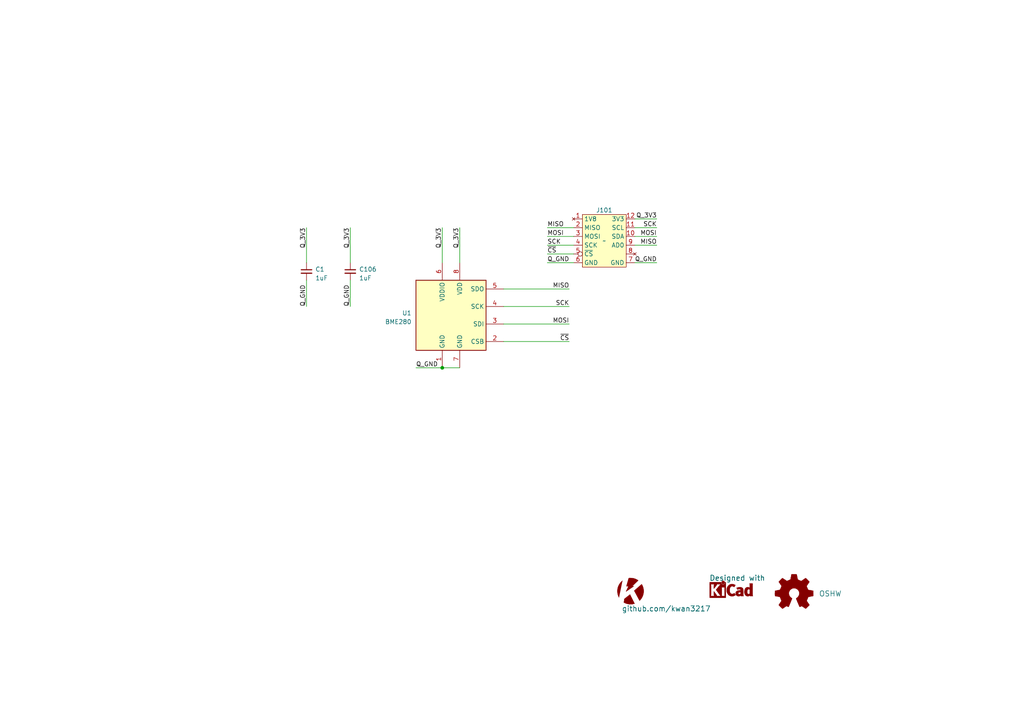
<source format=kicad_sch>
(kicad_sch (version 20230121) (generator eeschema)
  (paper "A4")
  (title_block (title "BME280 Stamp") (date "2023-03-23") (company "Kwan Systems"))
  (lib_symbols
    (symbol "Device:C_Small" (pin_numbers hide) (pin_names (offset 0.254) hide)
      (property "Reference" "C" (at 0.254 1.778 0))
      (property "Value" "C_Small" (at 0.254 -2.032 0))
      (symbol "C_Small_0_1"
        (polyline (pts (xy -1.524 -0.508) (xy 1.524 -0.508)) (stroke (width 0.3302)))
        (polyline (pts (xy -1.524 0.508) (xy 1.524 0.508)) (stroke (width 0.3048)))
      )
      (symbol "C_Small_1_1"
        (pin passive line (at 0 2.54 270) (length 2.032) (name "~") (number "1"))
        (pin passive line (at 0 -2.54 90) (length 2.032) (name "~") (number "2"))
      )
    )
    (symbol "KwanSystems:DesignedWithKicad" (pin_names (offset 1.016)) (in_bom no)
      (property "Value" "DesignedWithKicad" (at 3.81 -2.54 0))
      (symbol "DesignedWithKicad_0_1"
        (polyline (pts (xy -2.273 4.2434) (xy -2.1768 4.2192) (xy -2.0902 4.1764) (xy -2.0154 4.1166) (xy -1.9544 4.0415) (xy -1.9094 3.9528) (xy -1.8831 3.8565) (xy -1.8773 3.7592) (xy -1.8921 3.6653) (xy -1.9258 3.5775) (xy -1.9765 3.4982) (xy -2.0423 3.4302) (xy -2.1214 3.3759) (xy -2.2119 3.338) (xy -2.2632 3.3256) (xy -2.3077 3.3181) (xy -2.342 3.3151) (xy -2.375 3.3169) (xy -2.4154 3.3238) (xy -2.4485 3.3308) (xy -2.5419 3.3623) (xy -2.6256 3.4134) (xy -2.6977 3.4826) (xy -2.7562 3.5683) (xy -2.7701 3.5955) (xy -2.7866 3.6319) (xy -2.7969 3.6624) (xy -2.8025 3.6946) (xy -2.8047 3.7357) (xy -2.8049 3.7818) (xy -2.8009 3.8661) (xy -2.7874 3.9354) (xy -2.7623 3.996) (xy -2.7228 4.0544) (xy -2.6843 4.0987) (xy -2.6124 4.1645) (xy -2.5373 4.2099) (xy -2.4546 4.2372) (xy -2.3769 4.2474) (xy -2.273 4.2434)) (stroke (width 0.0025)) (fill (type outline)))
        (polyline (pts (xy 0.3284 3.3209) (xy 0.4886 3.2998) (xy 0.6525 3.2596) (xy 0.8223 3.2001) (xy 1 3.1208) (xy 1.0113 3.1153) (xy 1.069 3.0873) (xy 1.1206 3.0632) (xy 1.1622 3.0448) (xy 1.1902 3.0336) (xy 1.1997 3.0311) (xy 1.219 3.0261) (xy 1.2236 3.0219) (xy 1.2185 3.0114) (xy 1.2024 2.9851) (xy 1.1773 2.9457) (xy 1.1449 2.896) (xy 1.1071 2.8387) (xy 1.0658 2.7765) (xy 1.0228 2.7123) (xy 0.9799 2.6487) (xy 0.939 2.5886) (xy 0.902 2.5346) (xy 0.8706 2.4896) (xy 0.8468 2.4563) (xy 0.8323 2.4374) (xy 0.8303 2.4352) (xy 0.8202 2.4399) (xy 0.7978 2.457) (xy 0.7673 2.4836) (xy 0.7515 2.498) (xy 0.655 2.5733) (xy 0.5483 2.6288) (xy 0.4328 2.6639) (xy 0.31 2.6781) (xy 0.2406 2.6769) (xy 0.1194 2.6598) (xy 0.0102 2.6239) (xy -0.0874 2.569) (xy -0.1738 2.4949) (xy -0.2492 2.4013) (xy -0.314 2.2879) (xy -0.3514 2.2013) (xy -0.3953 2.0656) (xy -0.4276 1.9182) (xy -0.4484 1.7627) (xy -0.4579 1.603) (xy -0.4562 1.443) (xy -0.4432 1.2864) (xy -0.4191 1.1371) (xy -0.384 0.9988) (xy -0.3379 0.8753) (xy -0.3216 0.841) (xy -0.2534 0.7269) (xy -0.1729 0.6304) (xy -0.0814 0.5523) (xy 0.0199 0.4934) (xy 0.1299 0.4544) (xy 0.2474 0.4361) (xy 0.2889 0.4348) (xy 0.4104 0.4457) (xy 0.5309 0.4785) (xy 0.6487 0.5326) (xy 0.7623 0.6071) (xy 0.8537 0.6855) (xy 0.9002 0.73) (xy 1.0815 0.4327) (xy 1.1266 0.3586) (xy 1.1678 0.2904) (xy 1.2037 0.2305) (xy 1.2329 0.1816) (xy 1.2538 0.1459) (xy 1.2649 0.126) (xy 1.2664 0.1229) (xy 1.2581 0.1133) (xy 1.2326 0.096) (xy 1.1929 0.0727) (xy 1.1423 0.0451) (xy 1.0841 0.0147) (xy 1.0214 -0.0168) (xy 0.9576 -0.0477) (xy 0.8959 -0.0765) (xy 0.8394 -0.1014) (xy 0.7914 -0.1209) (xy 0.768 -0.1293) (xy 0.6342 -0.1671) (xy 0.4963 -0.1921) (xy 0.3486 -0.2051) (xy 0.2218 -0.2075) (xy 0.1539 -0.2064) (xy 0.0883 -0.2043) (xy 0.0308 -0.2014) (xy -0.0126 -0.1981) (xy -0.0267 -0.1964) (xy -0.1657 -0.1676) (xy -0.3072 -0.1225) (xy -0.4447 -0.0638) (xy -0.5716 0.0059) (xy -0.6491 0.0586) (xy -0.7765 0.1668) (xy -0.8948 0.2933) (xy -1.0018 0.4351) (xy -1.0953 0.589) (xy -1.1732 0.7519) (xy -1.217 0.8692) (xy -1.2673 1.0529) (xy -1.3008 1.2474) (xy -1.3176 1.4487) (xy -1.3176 1.6524) (xy -1.3009 1.8545) (xy -1.2675 2.0506) (xy -1.2174 2.2366) (xy -1.2136 2.2482) (xy -1.1507 2.4103) (xy -1.074 2.5582) (xy -0.9808 2.6961) (xy -0.8685 2.8283) (xy -0.8246 2.8736) (xy -0.6885 2.9975) (xy -0.5485 3.1001) (xy -0.4026 3.1823) (xy -0.2486 3.2454) (xy -0.0843 3.2905) (xy 0.0113 3.308) (xy 0.17 3.3235) (xy 0.3284 3.3209)) (stroke (width 0.0025)) (fill (type outline)))
        (polyline (pts (xy 6.1865 1.7978) (xy 6.1865 1.5633) (xy 6.1866 1.3504) (xy 6.1866 1.1578) (xy 6.1868 0.9845) (xy 6.1871 0.8294) (xy 6.1875 0.6914) (xy 6.1882 0.5693) (xy 6.189 0.4621) (xy 6.1902 0.3687) (xy 6.1917 0.2879) (xy 6.1935 0.2187) (xy 6.1958 0.16) (xy 6.1985 0.1106) (xy 6.2016 0.0695) (xy 6.2053 0.0356) (xy 6.2095 0.0077) (xy 6.2143 -0.0152) (xy 6.2198 -0.0342) (xy 6.2259 -0.0505) (xy 6.2327 -0.0652) (xy 6.2403 -0.0792) (xy 6.2486 -0.0939) (xy 6.2538 -0.103) (xy 6.2881 -0.1637) (xy 5.43 -0.1637) (xy 5.43 -0.0677) (xy 5.4292 -0.0244) (xy 5.4273 0.0088) (xy 5.4245 0.0266) (xy 5.4232 0.0282) (xy 5.4118 0.0213) (xy 5.3891 0.0035) (xy 5.3664 -0.0159) (xy 5.3118 -0.0566) (xy 5.2423 -0.0976) (xy 5.1653 -0.1351) (xy 5.088 -0.1654) (xy 5.0571 -0.175) (xy 4.9886 -0.1896) (xy 4.9058 -0.1995) (xy 4.8164 -0.2046) (xy 4.7282 -0.2044) (xy 4.6492 -0.1987) (xy 4.6115 -0.1929) (xy 4.4734 -0.1548) (xy 4.3461 -0.0971) (xy 4.2303 -0.0202) (xy 4.1266 0.0753) (xy 4.0358 0.1888) (xy 3.969 0.2996) (xy 3.9142 0.4164) (xy 3.8722 0.5357) (xy 3.8422 0.6617) (xy 3.8233 0.7984) (xy 3.8147 0.9498) (xy 3.814 1.0273) (xy 3.8161 1.0841) (xy 4.6452 1.0841) (xy 4.6454 0.991) (xy 4.6483 0.9033) (xy 4.654 0.8262) (xy 4.6625 0.765) (xy 4.665 0.7526) (xy 4.6968 0.6454) (xy 4.7385 0.5583) (xy 4.7904 0.4914) (xy 4.8528 0.4442) (xy 4.9261 0.4166) (xy 5.0107 0.4085) (xy 5.1068 0.4194) (xy 5.1703 0.4352) (xy 5.2195 0.4534) (xy 5.2736 0.4792) (xy 5.3142 0.5029) (xy 5.3848 0.5493) (xy 5.3848 1.6995) (xy 5.3174 1.743) (xy 5.2389 1.784) (xy 5.1547 1.8106) (xy 5.0696 1.8225) (xy 4.9882 1.8193) (xy 4.9154 1.8004) (xy 4.8834 1.7848) (xy 4.8255 1.7418) (xy 4.7765 1.685) (xy 4.7354 1.6124) (xy 4.7009 1.5219) (xy 4.6718 1.4113) (xy 4.6706 1.4055) (xy 4.6604 1.3432) (xy 4.6527 1.2654) (xy 4.6477 1.1773) (xy 4.6452 1.0841) (xy 3.8161 1.0841) (xy 3.8219 1.2401) (xy 3.8438 1.4359) (xy 3.8798 1.6147) (xy 3.9298 1.7762) (xy 3.9937 1.9203) (xy 4.0715 2.0469) (xy 4.1631 2.1559) (xy 4.2685 2.2471) (xy 4.3137 2.2781) (xy 4.4146 2.3342) (xy 4.5179 2.3738) (xy 4.628 2.398) (xy 4.7493 2.4078) (xy 4.8418 2.4067) (xy 4.9715 2.3958) (xy 5.0841 2.374) (xy 5.1829 2.3403) (xy 5.2711 2.2938) (xy 5.32 2.2596) (xy 5.3494 2.2376) (xy 5.371 2.2227) (xy 5.3793 2.2183) (xy 5.3809 2.2291) (xy 5.3822 2.2597) (xy 5.3831 2.3075) (xy 5.3838 2.3695) (xy 5.3842 2.4431) (xy 5.3843 2.5256) (xy 5.3842 2.6141) (xy 5.3838 2.7059) (xy 5.3832 2.7983) (xy 5.3823 2.8885) (xy 5.3813 2.9737) (xy 5.38 3.0513) (xy 5.3786 3.1184) (xy 5.3769 3.1724) (xy 5.3752 3.2104) (xy 5.3747 3.2173) (xy 5.3671 3.2877) (xy 5.3555 3.3429) (xy 5.3378 3.39) (xy 5.3117 3.4364) (xy 5.3054 3.4459) (xy 5.281 3.4826) (xy 6.1863 3.4826) (xy 6.1865 1.7978)) (stroke (width 0.0025)) (fill (type outline)))
        (polyline (pts (xy 2.6736 2.4034) (xy 2.8255 2.3834) (xy 2.9608 2.3498) (xy 3.0802 2.3023) (xy 3.1848 2.2406) (xy 3.2624 2.177) (xy 3.3313 2.1029) (xy 3.385 2.0231) (xy 3.4279 1.9309) (xy 3.4434 1.8878) (xy 3.4562 1.8489) (xy 3.4674 1.8127) (xy 3.4771 1.7776) (xy 3.4854 1.7416) (xy 3.4924 1.703) (xy 3.4983 1.6598) (xy 3.5031 1.6104) (xy 3.5071 1.5527) (xy 3.5103 1.4851) (xy 3.5129 1.4057) (xy 3.5151 1.3126) (xy 3.5168 1.204) (xy 3.5183 1.0781) (xy 3.5198 0.933) (xy 3.521 0.7902) (xy 3.5224 0.634) (xy 3.5236 0.4988) (xy 3.5248 0.3828) (xy 3.5261 0.2844) (xy 3.5277 0.2019) (xy 3.5297 0.1338) (xy 3.5322 0.0782) (xy 3.5353 0.0337) (xy 3.5391 -0.0015) (xy 3.5439 -0.029) (xy 3.5496 -0.0506) (xy 3.5565 -0.0677) (xy 3.5647 -0.0822) (xy 3.5742 -0.0956) (xy 3.5853 -0.1096) (xy 3.5896 -0.1151) (xy 3.6054 -0.1379) (xy 3.6124 -0.1535) (xy 3.6124 -0.1539) (xy 3.6016 -0.1561) (xy 3.5706 -0.1581) (xy 3.522 -0.1599) (xy 3.4582 -0.1615) (xy 3.3817 -0.1626) (xy 3.2949 -0.1634) (xy 3.2005 -0.1637) (xy 3.1896 -0.1637) (xy 2.7667 -0.1637) (xy 2.7634 -0.0676) (xy 2.7601 0.0284) (xy 2.698 -0.0225) (xy 2.6007 -0.0901) (xy 2.4908 -0.1447) (xy 2.4043 -0.175) (xy 2.3353 -0.1897) (xy 2.2519 -0.1997) (xy 2.1622 -0.2046) (xy 2.0738 -0.2043) (xy 1.9949 -0.1984) (xy 1.9586 -0.1926) (xy 1.8186 -0.1548) (xy 1.6922 -0.0999) (xy 1.5803 -0.0289) (xy 1.4838 0.0574) (xy 1.4036 0.1583) (xy 1.3407 0.2729) (xy 1.2963 0.399) (xy 1.284 0.4556) (xy 1.2764 0.5178) (xy 1.2727 0.5926) (xy 1.2722 0.6265) (xy 1.2723 0.6297) (xy 2.0322 0.6297) (xy 2.0415 0.5547) (xy 2.0697 0.4908) (xy 2.1182 0.4352) (xy 2.1233 0.4308) (xy 2.1715 0.396) (xy 2.2233 0.3734) (xy 2.284 0.3615) (xy 2.3594 0.3586) (xy 2.3775 0.359) (xy 2.4313 0.3617) (xy 2.4713 0.3671) (xy 2.5063 0.3773) (xy 2.5451 0.3941) (xy 2.5557 0.3993) (xy 2.6164 0.4352) (xy 2.6632 0.4778) (xy 2.676 0.493) (xy 2.7206 0.5495) (xy 2.7206 0.7454) (xy 2.7201 0.8241) (xy 2.7184 0.882) (xy 2.7154 0.9211) (xy 2.7111 0.9433) (xy 2.707 0.9497) (xy 2.691 0.9529) (xy 2.6573 0.9555) (xy 2.6103 0.9573) (xy 2.555 0.9581) (xy 2.5461 0.9582) (xy 2.4253 0.9529) (xy 2.3227 0.9367) (xy 2.2361 0.909) (xy 2.1637 0.8692) (xy 2.1088 0.8222) (xy 2.0642 0.7644) (xy 2.0395 0.7013) (xy 2.0322 0.6297) (xy 1.2723 0.6297) (xy 1.2742 0.7203) (xy 1.2825 0.7992) (xy 1.2988 0.8704) (xy 1.3244 0.9411) (xy 1.3484 0.9935) (xy 1.407 1.0888) (xy 1.4851 1.1768) (xy 1.5803 1.256) (xy 1.6902 1.3247) (xy 1.8125 1.3813) (xy 1.9448 1.4242) (xy 2.0094 1.4391) (xy 2.1456 1.4612) (xy 2.294 1.4758) (xy 2.4455 1.4822) (xy 2.5721 1.4806) (xy 2.734 1.4738) (xy 2.7265 1.5328) (xy 2.7072 1.6319) (xy 2.6761 1.7126) (xy 2.6323 1.7755) (xy 2.5749 1.8212) (xy 2.503 1.8504) (xy 2.4159 1.8636) (xy 2.3127 1.8614) (xy 2.2747 1.8574) (xy 2.1335 1.8322) (xy 1.9967 1.7912) (xy 1.9022 1.7532) (xy 1.857 1.7338) (xy 1.8186 1.7182) (xy 1.7922 1.7086) (xy 1.7845 1.7065) (xy 1.7748 1.7156) (xy 1.7581 1.7446) (xy 1.7342 1.7938) (xy 1.7031 1.8635) (xy 1.6645 1.9541) (xy 1.6579 1.9699) (xy 1.6279 2.0422) (xy 1.6009 2.1076) (xy 1.5781 2.1631) (xy 1.5608 2.2059) (xy 1.55 2.2332) (xy 1.5469 2.2421) (xy 1.5569 2.2468) (xy 1.5832 2.2521) (xy 1.6115 2.2558) (xy 1.6416 2.2605) (xy 1.6894 2.27) (xy 1.7506 2.2832) (xy 1.8209 2.2992) (xy 1.8962 2.3172) (xy 1.9248 2.3242) (xy 2.0298 2.3498) (xy 2.1175 2.3699) (xy 2.1921 2.385) (xy 2.2579 2.396) (xy 2.3193 2.4033) (xy 2.3806 2.4077) (xy 2.4461 2.4097) (xy 2.5041 2.4101) (xy 2.6736 2.4034)) (stroke (width 0.0025)) (fill (type outline)))
        (polyline (pts (xy -2.9464 3.7809) (xy -2.9355 3.667) (xy -2.9039 3.5594) (xy -2.853 3.4604) (xy -2.7843 3.3723) (xy -2.6992 3.2975) (xy -2.6022 3.2396) (xy -2.496 3.2) (xy -2.389 3.1814) (xy -2.2833 3.1826) (xy -2.1811 3.2021) (xy -2.0845 3.2386) (xy -1.9956 3.2908) (xy -1.9165 3.3573) (xy -1.8494 3.4368) (xy -1.7962 3.528) (xy -1.7592 3.6295) (xy -1.7404 3.7399) (xy -1.7385 3.7898) (xy -1.7385 3.8777) (xy -1.6866 3.8777) (xy -1.6503 3.8749) (xy -1.6234 3.8631) (xy -1.5962 3.8394) (xy -1.5579 3.801) (xy -1.5579 1.6094) (xy -1.5579 1.3473) (xy -1.5579 1.1068) (xy -1.558 0.887) (xy -1.5581 0.6869) (xy -1.5582 0.5057) (xy -1.5584 0.3423) (xy -1.5587 0.1958) (xy -1.5591 0.0654) (xy -1.5595 -0.05) (xy -1.56 -0.1513) (xy -1.5606 -0.2395) (xy -1.5613 -0.3154) (xy -1.5621 -0.3801) (xy -1.5631 -0.4344) (xy -1.5642 -0.4793) (xy -1.5654 -0.5157) (xy -1.5667 -0.5447) (xy -1.5683 -0.5671) (xy -1.5699 -0.5838) (xy -1.5718 -0.5959) (xy -1.5738 -0.6042) (xy -1.576 -0.6097) (xy -1.5771 -0.6115) (xy -1.5813 -0.6185) (xy -1.5848 -0.625) (xy -1.5886 -0.6309) (xy -1.5937 -0.6363) (xy -1.6009 -0.6412) (xy -1.6111 -0.6456) (xy -1.6254 -0.6496) (xy -1.6445 -0.6531) (xy -1.6695 -0.6563) (xy -1.7012 -0.659) (xy -1.7407 -0.6615) (xy -1.7887 -0.6636) (xy -1.8462 -0.6653) (xy -1.9142 -0.6668) (xy -1.9936 -0.6681) (xy -2.0853 -0.6691) (xy -2.1902 -0.6699) (xy -2.3092 -0.6705) (xy -2.4433 -0.6709) (xy -2.5934 -0.6712) (xy -2.7604 -0.6714) (xy -2.9452 -0.6715) (xy -3.1488 -0.6715) (xy -3.3721 -0.6715) (xy -3.6159 -0.6715) (xy -3.8813 -0.6714) (xy -3.9197 -0.6714) (xy -4.1867 -0.6714) (xy -4.432 -0.6713) (xy -4.6566 -0.6712) (xy -4.8613 -0.6711) (xy -5.0472 -0.6709) (xy -5.2151 -0.6706) (xy -5.3659 -0.6703) (xy -5.5006 -0.6699) (xy -5.62 -0.6694) (xy -5.7252 -0.6689) (xy -5.817 -0.6683) (xy -5.8963 -0.6675) (xy -5.964 -0.6667) (xy -6.0212 -0.6657) (xy -6.0686 -0.6646) (xy -6.1073 -0.6634) (xy -6.138 -0.662) (xy -6.1619 -0.6606) (xy -6.1797 -0.6589) (xy -6.1924 -0.6571) (xy -6.2009 -0.6551) (xy -6.2053 -0.6535) (xy -6.2137 -0.6499) (xy -6.2215 -0.6473) (xy -6.2286 -0.6446) (xy -6.2351 -0.6411) (xy -6.2409 -0.6356) (xy -6.2462 -0.6274) (xy -6.251 -0.6154) (xy -6.2552 -0.5987) (xy -6.2589 -0.5765) (xy -6.2622 -0.5477) (xy -6.2651 -0.5114) (xy -6.2675 -0.4667) (xy -6.2696 -0.4126) (xy -6.2714 -0.3483) (xy -6.2728 -0.2727) (xy -6.274 -0.185) (xy -6.2749 -0.0842) (xy -6.2756 0.0306) (xy -6.2761 0.1603) (xy -6.2764 0.306) (xy -6.2766 0.4685) (xy -6.2767 0.6487) (xy -6.2767 0.8476) (xy -6.2767 1.0662) (xy -6.2766 1.3053) (xy -6.2766 1.566) (xy -6.2766 1.6081) (xy -6.2766 1.871) (xy -6.2767 2.1123) (xy -6.2767 2.3328) (xy -6.2766 2.5336) (xy -6.2765 2.7157) (xy -6.2764 2.8798) (xy -6.2761 3.027) (xy -6.2756 3.1582) (xy -6.275 3.2681) (xy -5.9722 3.2681) (xy -5.9324 3.2103) (xy -5.9212 3.1945) (xy -5.9112 3.1806) (xy -5.9021 3.1672) (xy -5.8941 3.1533) (xy -5.887 3.1376) (xy -5.8807 3.119) (xy -5.8753 3.0963) (xy -5.8707 3.0683) (xy -5.8667 3.0337) (xy -5.8634 2.9915) (xy -5.8607 2.9404) (xy -5.8585 2.8793) (xy -5.8567 2.8069) (xy -5.8554 2.722) (xy -5.8545 2.6236) (xy -5.8539 2.5103) (xy -5.8535 2.3811) (xy -5.8533 2.2347) (xy -5.8532 2.0699) (xy -5.8532 1.8856) (xy -5.8533 1.6805) (xy -5.8533 1.5579) (xy -5.8533 1.3409) (xy -5.8532 1.1454) (xy -5.8532 0.97) (xy -5.8534 0.8137) (xy -5.8536 0.6751) (xy -5.8541 0.5533) (xy -5.8549 0.4468) (xy -5.856 0.3547) (xy -5.8574 0.2756) (xy -5.8593 0.2084) (xy -5.8617 0.1519) (xy -5.8647 0.1049) (xy -5.8683 0.0662) (xy -5.8725 0.0347) (xy -5.8774 0.0091) (xy -5.8832 -0.0117) (xy -5.8897 -0.0289) (xy -5.8972 -0.0438) (xy -5.9056 -0.0574) (xy -5.915 -0.0711) (xy -5.9254 -0.0859) (xy -5.9315 -0.0948) (xy -5.9703 -0.1524) (xy -5.4387 -0.1524) (xy -5.3155 -0.1524) (xy -5.213 -0.1522) (xy -5.1294 -0.1519) (xy -5.063 -0.1513) (xy -5.0118 -0.1504) (xy -4.974 -0.1491) (xy -4.9479 -0.1473) (xy -4.9316 -0.145) (xy -4.9233 -0.142) (xy -4.9212 -0.1384) (xy -4.9233 -0.1341) (xy -4.9245 -0.1326) (xy -4.9497 -0.0956) (xy -4.9756 -0.0428) (xy -4.9992 0.0192) (xy -5.0075 0.0456) (xy -5.0121 0.0636) (xy -5.016 0.0846) (xy -5.0192 0.1109) (xy -5.022 0.1445) (xy -5.0242 0.1874) (xy -5.0261 0.2418) (xy -5.0276 0.3097) (xy -5.029 0.3933) (xy -5.0302 0.4946) (xy -5.0313 0.6157) (xy -5.0317 0.6604) (xy -5.0327 0.7856) (xy -5.0335 0.8899) (xy -5.0339 0.9753) (xy -5.034 1.0435) (xy -5.0336 1.0962) (xy -5.0327 1.1354) (xy -5.0313 1.1627) (xy -5.0293 1.18) (xy -5.0266 1.1891) (xy -5.0232 1.1917) (xy -5.019 1.1896) (xy -5.0146 1.1853) (xy -5.0042 1.1724) (xy -4.9822 1.1433) (xy -4.95 1.1002) (xy -4.9092 1.0453) (xy -4.8614 0.9806) (xy -4.8081 0.9083) (xy -4.7509 0.8305) (xy -4.6914 0.7493) (xy -4.6312 0.6669) (xy -4.5717 0.5855) (xy -4.5145 0.507) (xy -4.4612 0.4338) (xy -4.4135 0.3679) (xy -4.3727 0.3113) (xy -4.3405 0.2664) (xy -4.3185 0.2352) (xy -4.3139 0.2285) (xy -4.291 0.1916) (xy -4.2642 0.1436) (xy -4.2388 0.0941) (xy -4.2356 0.0874) (xy -4.2139 0.0392) (xy -4.2013 0.0017) (xy -4.1956 -0.0342) (xy -4.1945 -0.0762) (xy -4.1951 -0.1524) (xy -3.0407 -0.1524) (xy -3.1318 -0.0587) (xy -3.1786 -0.0088) (xy -3.2289 0.0477) (xy -3.2749 0.102) (xy -3.2954 0.1273) (xy -3.3258 0.1669) (xy -3.3659 0.2201) (xy -3.4144 0.2853) (xy -3.4701 0.361) (xy -3.532 0.4454) (xy -3.5988 0.537) (xy -3.6694 0.6341) (xy -3.7425 0.7351) (xy -3.8171 0.8383) (xy -3.8919 0.9422) (xy -3.9658 1.0451) (xy -4.0376 1.1454) (xy -4.1062 1.2414) (xy -4.1703 1.3315) (xy -4.2288 1.4141) (xy -4.2805 1.4875) (xy -4.3242 1.5502) (xy -4.3589 1.6004) (xy -4.3832 1.6367) (xy -4.3961 1.6572) (xy -4.3979 1.6613) (xy -4.3899 1.6727) (xy -4.3691 1.6998) (xy -4.3368 1.7412) (xy -4.2945 1.795) (xy -4.2433 1.8595) (xy -4.1848 1.9331) (xy -4.1203 2.014) (xy -4.0511 2.1006) (xy -3.9787 2.1912) (xy -3.9042 2.2839) (xy -3.8445 2.3583) (xy -2.8335 2.3583) (xy -2.8276 2.3453) (xy -2.8133 2.3231) (xy -2.8122 2.3216) (xy -2.7934 2.2915) (xy -2.7738 2.2546) (xy -2.7699 2.2465) (xy -2.7664 2.2381) (xy -2.7632 2.2279) (xy -2.7605 2.2147) (xy -2.7581 2.1971) (xy -2.756 2.1735) (xy -2.7542 2.1427) (xy -2.7527 2.1032) (xy -2.7514 2.0537) (xy -2.7503 1.9928) (xy -2.7494 1.919) (xy -2.7486 1.831) (xy -2.7479 1.7273) (xy -2.7474 1.6067) (xy -2.7468 1.4676) (xy -2.7463 1.3088) (xy -2.7457 1.1299) (xy -2.7452 0.9448) (xy -2.7448 0.7809) (xy -2.7445 0.6367) (xy -2.7445 0.5109) (xy -2.7448 0.4021) (xy -2.7454 0.3089) (xy -2.7465 0.2299) (xy -2.7481 0.1637) (xy -2.7503 0.1088) (xy -2.7531 0.064) (xy -2.7567 0.0277) (xy -2.761 -0.0013) (xy -2.7661 -0.0246) (xy -2.7722 -0.0435) (xy -2.7792 -0.0594) (xy -2.7873 -0.0736) (xy -2.7965 -0.0877) (xy -2.805 -0.1002) (xy -2.8222 -0.1265) (xy -2.8323 -0.144) (xy -2.8335 -0.1473) (xy -2.8226 -0.1483) (xy -2.7914 -0.1493) (xy -2.7422 -0.1502) (xy -2.6773 -0.151) (xy -2.599 -0.1516) (xy -2.5096 -0.1521) (xy -2.4114 -0.1523) (xy -2.3424 -0.1524) (xy -2.2375 -0.1522) (xy -2.1406 -0.1515) (xy -2.0541 -0.1505) (xy -1.9801 -0.1492) (xy -1.9209 -0.1476) (xy -1.8785 -0.1458) (xy -1.8553 -0.1438) (xy -1.8514 -0.1425) (xy -1.8591 -0.1276) (xy -1.8671 -0.1196) (xy -1.8802 -0.1024) (xy -1.8975 -0.0722) (xy -1.9094 -0.0476) (xy -1.936 0.0113) (xy -1.9391 1.1882) (xy -1.9422 2.365) (xy -2.3879 2.365) (xy -2.4857 2.3649) (xy -2.5761 2.3644) (xy -2.6566 2.3637) (xy -2.725 2.3627) (xy -2.7787 2.3615) (xy -2.8153 2.3602) (xy -2.8325 2.3588) (xy -2.8335 2.3583) (xy -3.8445 2.3583) (xy -3.8293 2.3773) (xy -3.7551 2.4695) (xy -3.6831 2.5588) (xy -3.6146 2.6436) (xy -3.551 2.7221) (xy -3.4936 2.7927) (xy -3.4438 2.8536) (xy -3.4031 2.9032) (xy -3.3859 2.9238) (xy -3.2996 3.0245) (xy -3.223 3.1077) (xy -3.1542 3.1756) (xy -3.0912 3.2299) (xy -3.0819 3.2373) (xy -3.0424 3.2679) (xy -4.1741 3.2681) (xy -4.1688 3.2202) (xy -4.1721 3.1628) (xy -4.1937 3.0945) (xy -4.2336 3.0148) (xy -4.2789 2.9425) (xy -4.2952 2.9199) (xy -4.3232 2.8823) (xy -4.3614 2.832) (xy -4.4081 2.771) (xy -4.4617 2.7016) (xy -4.5203 2.6258) (xy -4.5825 2.5458) (xy -4.6464 2.4638) (xy -4.7105 2.3818) (xy -4.773 2.3021) (xy -4.8323 2.2267) (xy -4.8868 2.1578) (xy -4.9346 2.0976) (xy -4.9743 2.0481) (xy -5.004 2.0116) (xy -5.0222 1.9901) (xy -5.0252 1.9868) (xy -5.0281 1.9949) (xy -5.0303 2.0251) (xy -5.0319 2.0774) (xy -5.0328 2.1515) (xy -5.033 2.2469) (xy -5.0326 2.3636) (xy -5.0317 2.4836) (xy -5.0304 2.6157) (xy -5.0289 2.7274) (xy -5.0269 2.821) (xy -5.0242 2.8986) (xy -5.0206 2.9624) (xy -5.0158 3.0147) (xy -5.0095 3.0577) (xy -5.0015 3.0934) (xy -4.9916 3.1243) (xy -4.9795 3.1524) (xy -4.965 3.18) (xy -4.9503 3.205) (xy -4.9123 3.2681) (xy -5.9722 3.2681) (xy -6.275 3.2681) (xy -6.275 3.2744) (xy -6.2742 3.3765) (xy -6.2732 3.4654) (xy -6.2719 3.5421) (xy -6.2704 3.6075) (xy -6.2685 3.6626) (xy -6.2664 3.7082) (xy -6.2639 3.7455) (xy -6.261 3.7752) (xy -6.2577 3.7983) (xy -6.254 3.8159) (xy -6.2499 3.8287) (xy -6.2452 3.8378) (xy -6.2401 3.8441) (xy -6.2345 3.8485) (xy -6.2283 3.852) (xy -6.2215 3.8556) (xy -6.2155 3.8591) (xy -6.2103 3.8617) (xy -6.2021 3.864) (xy -6.1899 3.8661) (xy -6.1725 3.868) (xy -6.149 3.8697) (xy -6.1181 3.8711) (xy -6.0788 3.8724) (xy -6.03 3.8735) (xy -5.9705 3.8744) (xy -5.8994 3.8752) (xy -5.8155 3.8759) (xy -5.7177 3.8764) (xy -5.6049 3.8768) (xy -5.476 3.8772) (xy -5.33 3.8774) (xy -5.1657 3.8776) (xy -4.982 3.8777) (xy -4.7779 3.8777) (xy -4.5668 3.8777) (xy -2.9464 3.8777) (xy -2.9464 3.7809)) (stroke (width 0.0025)) (fill (type outline)))
      )
    )
    (symbol "KwanSystems:KwanSystems" (pin_names (offset 1.016)) (in_bom no)
      (property "Value" "KwanSystems" (at 0 -5.08 0))
      (symbol "KwanSystems_0_1"
        (polyline (pts (xy 0.3018 3.8025) (xy 0.5462 3.7744) (xy 0.7854 3.7321) (xy 1.0193 3.6754) (xy 1.2478 3.6045) (xy 1.4711 3.5193) (xy 1.689 3.4198) (xy 1.9015 3.3061) (xy 2.1085 3.1781) (xy 2.2308 3.09) (xy 0.4924 1.42) (xy 0.9508 1.42) (xy -1.31 -0.12) (xy -0.5992 1.42) (xy -1.1938 1.42) (xy -0.5192 3.78) (xy -0.3885 3.7927) (xy -0.1814 3.8059) (xy 0.0333 3.811)) (stroke (width 0.0025)) (fill (type outline)))
        (polyline (pts (xy 1.2117 -3.611) (xy 1.1805 -3.6269) (xy 1.1201 -3.6454) (xy 1.0517 -3.6655) (xy 0.8462 -3.7189) (xy 0.6348 -3.7604) (xy 0.4156 -3.7905) (xy 0.3277 -3.7992) (xy 0.1234 -3.8081) (xy 0.0408 -3.8091) (xy -0.0437 -3.8092) (xy -0.1265 -3.8082) (xy -0.3391 -3.7989) (xy -0.5799 -3.7695) (xy -0.8161 -3.7257) (xy -1.0478 -3.6672) (xy -1.2753 -3.5942) (xy -1.4987 -3.5065) (xy -1.6599 -3.4329) (xy -1.8371 -3.3426) (xy -1.9342 -3.2879) (xy -1.78 -2.25) (xy -0.12 -0.95)) (stroke (width 0.0025)) (fill (type outline)))
        (polyline (pts (xy -3.33 -1.85) (xy -3.4035 -1.7216) (xy -3.5014 -1.5107) (xy -3.5664 -1.3527) (xy -3.641 -1.1379) (xy -3.7016 -0.923) (xy -3.7485 -0.7062) (xy -3.782 -0.486) (xy -3.8025 -0.2605) (xy -3.8102 -0.0281) (xy -3.8103 0) (xy -3.8029 0.2742) (xy -3.7787 0.5215) (xy -3.7379 0.7583) (xy -3.6926 0.9566) (xy -3.6383 1.1468) (xy -3.5739 1.3326) (xy -3.4979 1.5178) (xy -3.4219 1.6804) (xy -3.3272 1.8622) (xy -3.2273 2.0324) (xy -3.1205 2.1935) (xy -3.0049 2.3481) (xy -2.8787 2.4988) (xy -2.7399 2.6482) (xy -2.6018 2.7839) (xy -2.4691 2.9048) (xy -2.33 3.02)) (stroke (width 0.0025)) (fill (type outline)))
        (polyline (pts (xy 3.337 1.8449) (xy 3.4183 1.6918) (xy 3.5168 1.4771) (xy 3.6016 1.2562) (xy 3.6727 1.0287) (xy 3.73 0.7948) (xy 3.7737 0.5541) (xy 3.7919 0.4191) (xy 3.7965 0.3713) (xy 3.8004 0.3111) (xy 3.8037 0.2415) (xy 3.8062 0.1653) (xy 3.808 0.0853) (xy 3.8091 0.0045) (xy 3.8092 -0.0742) (xy 3.8085 -0.148) (xy 3.8068 -0.214) (xy 3.8042 -0.2693) (xy 3.8033 -0.2821) (xy 3.7774 -0.5241) (xy 3.7368 -0.7619) (xy 3.6819 -0.9952) (xy 3.6126 -1.2235) (xy 3.5291 -1.4466) (xy 3.4316 -1.664) (xy 3.3202 -1.8755) (xy 3.1951 -2.0807) (xy 3.0563 -2.2792) (xy 2.918 -2.4541) (xy 2.7919 -2.5949) (xy 2.62 -2.77) (xy 1.07 0.12) (xy 3.24 2.01)) (stroke (width 0.0025)) (fill (type outline)))
      )
    )
    (symbol "KwanSystems:OSHW" (pin_names (offset 1.016)) (in_bom no)
      (property "Value" "OSHW" (at 10.16 1.27 0))
      (symbol "OSHW_0_1"
        (polyline (pts (xy 3.81 -3.81) (xy 3.7592 -3.7846) (xy 3.6322 -3.7084) (xy 3.4544 -3.5814) (xy 3.2258 -3.429) (xy 2.9972 -3.2766) (xy 2.8194 -3.175) (xy 2.6924 -3.0734) (xy 2.6416 -3.048) (xy 2.6162 -3.0734) (xy 2.5146 -3.1242) (xy 2.3622 -3.2004) (xy 2.2606 -3.2512) (xy 2.1336 -3.302) (xy 2.0574 -3.302) (xy 2.0574 -3.302) (xy 2.0066 -3.2004) (xy 1.9304 -2.9972) (xy 1.8034 -2.7686) (xy 1.7018 -2.4892) (xy 1.5748 -2.1844) (xy 1.4224 -1.8796) (xy 1.3208 -1.5748) (xy 1.1938 -1.2954) (xy 1.1176 -1.0922) (xy 1.0668 -0.9398) (xy 1.0414 -0.8636) (xy 1.0414 -0.8636) (xy 1.1176 -0.7874) (xy 1.2446 -0.7112) (xy 1.4986 -0.4826) (xy 1.7526 -0.1524) (xy 1.905 0.2032) (xy 1.9812 0.6096) (xy 1.9304 0.9906) (xy 1.778 1.3462) (xy 1.524 1.6764) (xy 1.2192 1.905) (xy 0.8636 2.0574) (xy 0.4572 2.1082) (xy 0.0762 2.0828) (xy -0.2794 1.9304) (xy -0.6096 1.6764) (xy -0.762 1.524) (xy -0.9398 1.1938) (xy -1.0668 0.8382) (xy -1.0668 0.762) (xy -1.0414 0.3556) (xy -0.9398 0) (xy -0.7366 -0.3302) (xy -0.4572 -0.6096) (xy -0.4064 -0.635) (xy -0.2794 -0.7366) (xy -0.1778 -0.8128) (xy -0.127 -0.8636) (xy -0.6096 -2.0574) (xy -0.6858 -2.2606) (xy -0.8382 -2.5908) (xy -0.9398 -2.8702) (xy -1.0414 -3.0988) (xy -1.1176 -3.2512) (xy -1.143 -3.302) (xy -1.143 -3.302) (xy -1.1938 -3.302) (xy -1.27 -3.2766) (xy -1.4478 -3.2004) (xy -1.5494 -3.1496) (xy -1.6764 -3.0734) (xy -1.7526 -3.048) (xy -1.8034 -3.0734) (xy -1.905 -3.1496) (xy -2.0828 -3.2766) (xy -2.3114 -3.429) (xy -2.5146 -3.556) (xy -2.6924 -3.683) (xy -2.8448 -3.7846) (xy -2.8956 -3.81) (xy -2.921 -3.81) (xy -2.9718 -3.7846) (xy -3.0734 -3.683) (xy -3.2512 -3.5306) (xy -3.4798 -3.302) (xy -3.5052 -3.2766) (xy -3.7084 -3.0734) (xy -3.8608 -2.921) (xy -3.9624 -2.794) (xy -3.9878 -2.7432) (xy -3.9878 -2.7432) (xy -3.9624 -2.6924) (xy -3.8608 -2.54) (xy -3.7592 -2.3622) (xy -3.6068 -2.1336) (xy -3.2004 -1.5494) (xy -3.429 -1.016) (xy -3.4798 -0.8382) (xy -3.5814 -0.635) (xy -3.6322 -0.508) (xy -3.6576 -0.4318) (xy -3.7338 -0.4064) (xy -3.8608 -0.381) (xy -4.0894 -0.3302) (xy -4.3434 -0.2794) (xy -4.5974 -0.254) (xy -4.8006 -0.2032) (xy -4.9784 -0.1778) (xy -5.0546 -0.1524) (xy -5.0546 -0.1524) (xy -5.08 -0.1016) (xy -5.08 -0.0254) (xy -5.08 0.1016) (xy -5.1054 0.3048) (xy -5.1054 0.6096) (xy -5.1054 0.6604) (xy -5.08 0.9398) (xy -5.08 1.1684) (xy -5.08 1.2954) (xy -5.08 1.3716) (xy -5.08 1.3716) (xy -5.0038 1.3716) (xy -4.8514 1.4224) (xy -4.6228 1.4478) (xy -4.3688 1.4986) (xy -4.3434 1.524) (xy -4.0894 1.5748) (xy -3.8608 1.6002) (xy -3.7084 1.651) (xy -3.6322 1.6764) (xy -3.6322 1.6764) (xy -3.5814 1.778) (xy -3.5052 1.9558) (xy -3.4036 2.159) (xy -3.3274 2.3622) (xy -3.2512 2.54) (xy -3.2004 2.6924) (xy -3.175 2.7432) (xy -3.175 2.7432) (xy -3.2258 2.8194) (xy -3.302 2.9464) (xy -3.429 3.1242) (xy -3.6068 3.3528) (xy -3.6068 3.3782) (xy -3.7592 3.6068) (xy -3.8862 3.7846) (xy -3.9624 3.9116) (xy -3.9878 3.9878) (xy -3.9878 3.9878) (xy -3.937 4.0386) (xy -3.8354 4.1656) (xy -3.6576 4.3434) (xy -3.4798 4.5466) (xy -3.4036 4.5974) (xy -3.2004 4.826) (xy -3.048 4.953) (xy -2.9464 5.0292) (xy -2.8956 5.0546) (xy -2.8956 5.0546) (xy -2.8448 5.0038) (xy -2.6924 4.9022) (xy -2.5146 4.7752) (xy -2.286 4.6228) (xy -2.2606 4.6228) (xy -2.032 4.4704) (xy -1.8542 4.3434) (xy -1.7272 4.2418) (xy -1.6764 4.2164) (xy -1.651 4.2164) (xy -1.5748 4.2418) (xy -1.397 4.2926) (xy -1.2192 4.3688) (xy -1.016 4.4704) (xy -0.8128 4.5466) (xy -0.6858 4.5974) (xy -0.6096 4.6482) (xy -0.6096 4.6482) (xy -0.5842 4.7244) (xy -0.5588 4.8768) (xy -0.508 5.1054) (xy -0.4572 5.3848) (xy -0.4318 5.4356) (xy -0.381 5.6896) (xy -0.3556 5.9182) (xy -0.3302 6.0706) (xy -0.3048 6.1214) (xy -0.254 6.1468) (xy -0.127 6.1468) (xy 0.0508 6.1468) (xy 0.3048 6.1468) (xy 0.5334 6.1468) (xy 0.7874 6.1468) (xy 0.9906 6.1468) (xy 1.143 6.1214) (xy 1.1938 6.1214) (xy 1.1938 6.1214) (xy 1.2192 6.0452) (xy 1.27 5.8674) (xy 1.2954 5.6388) (xy 1.3716 5.3594) (xy 1.3716 5.3086) (xy 1.4224 5.0546) (xy 1.4732 4.826) (xy 1.4986 4.6736) (xy 1.524 4.6228) (xy 1.524 4.6228) (xy 1.651 4.572) (xy 1.8288 4.4958) (xy 2.032 4.3942) (xy 2.54 4.191) (xy 3.175 4.6228) (xy 3.2258 4.6736) (xy 3.4544 4.826) (xy 3.6322 4.953) (xy 3.7592 5.0292) (xy 3.8354 5.0546) (xy 3.8354 5.0546) (xy 3.8862 5.0038) (xy 4.0132 4.8768) (xy 4.191 4.7244) (xy 4.3688 4.5212) (xy 4.5212 4.3688) (xy 4.699 4.191) (xy 4.8006 4.0894) (xy 4.8768 4.0132) (xy 4.8768 3.9624) (xy 4.8768 3.937) (xy 4.8514 3.8608) (xy 4.7498 3.7338) (xy 4.6228 3.5306) (xy 4.4704 3.3274) (xy 4.3434 3.1242) (xy 4.2164 2.921) (xy 4.1148 2.7686) (xy 4.0894 2.6924) (xy 4.0894 2.667) (xy 4.1402 2.54) (xy 4.2164 2.3622) (xy 4.318 2.1336) (xy 4.5212 1.651) (xy 4.8514 1.5748) (xy 5.0546 1.5494) (xy 5.334 1.4986) (xy 5.588 1.4478) (xy 5.9944 1.3716) (xy 6.0198 -0.127) (xy 5.9436 -0.1524) (xy 5.8928 -0.1524) (xy 5.7404 -0.2032) (xy 5.5118 -0.2286) (xy 5.2578 -0.2794) (xy 5.0546 -0.3302) (xy 4.826 -0.381) (xy 4.6736 -0.4064) (xy 4.5974 -0.4064) (xy 4.572 -0.4318) (xy 4.5212 -0.5334) (xy 4.445 -0.7112) (xy 4.3688 -0.9144) (xy 4.2672 -1.1176) (xy 4.191 -1.3208) (xy 4.1402 -1.4732) (xy 4.1148 -1.5494) (xy 4.1402 -1.6002) (xy 4.2418 -1.7272) (xy 4.3434 -1.9304) (xy 4.4958 -2.1336) (xy 4.6482 -2.3622) (xy 4.7752 -2.54) (xy 4.8514 -2.667) (xy 4.9022 -2.7432) (xy 4.8768 -2.794) (xy 4.8006 -2.8956) (xy 4.6228 -3.048) (xy 4.3942 -3.302) (xy 4.3434 -3.3274) (xy 4.1402 -3.5306) (xy 3.9878 -3.683) (xy 3.8608 -3.7846) (xy 3.81 -3.81)) (stroke (width 0.0025)) (fill (type outline)))
      )
    )
    (symbol "KwanSystems:STAMP"
      (property "Reference" "J201" (at 0 8.89 0))
      (property "Value" "~" (at 0 0 0))
      (symbol "STAMP_1_1"
        (rectangle (start -6.35 7.62) (end 6.35 -7.62) (fill (type background)))
        (pin no_connect line (at -8.89 6.35 0) (length 2.54) (name "1V8") (number "1"))
        (pin open_collector line (at 8.89 1.27 180) (length 2.54) (name "SDA") (number "10"))
        (pin input line (at 8.89 3.81 180) (length 2.54) (name "SCL") (number "11"))
        (pin power_in line (at 8.89 6.35 180) (length 2.54) (name "3V3") (number "12"))
        (pin output line (at -8.89 3.81 0) (length 2.54) (name "MISO") (number "2"))
        (pin input line (at -8.89 1.27 0) (length 2.54) (name "MOSI") (number "3"))
        (pin input line (at -8.89 -1.27 0) (length 2.54) (name "SCK") (number "4"))
        (pin input inverted (at -8.89 -3.81 0) (length 2.54) (name "~{CS}") (number "5"))
        (pin power_in line (at -8.89 -6.35 0) (length 2.54) (name "GND") (number "6"))
        (pin power_in line (at 8.89 -6.35 180) (length 2.54) (name "GND") (number "7"))
        (pin no_connect line (at 8.89 -3.81 180) (length 2.54) (name "") (number "8"))
        (pin bidirectional line (at 8.89 -1.27 180) (length 2.54) (name "AD0") (number "9"))
      )
    )
    (symbol "Sensor:BME280"
      (property "Reference" "U" (at -8.89 11.43 0))
      (property "Value" "BME280" (at 7.62 11.43 0))
      (symbol "BME280_0_1"
        (rectangle (start -10.16 10.16) (end 10.16 -10.16) (stroke (width 0.254)) (fill (type background)))
      )
      (symbol "BME280_1_1"
        (pin power_in line (at -2.54 -15.24 90) (length 5.08) (name "GND") (number "1"))
        (pin input line (at 15.24 -7.62 180) (length 5.08) (name "CSB") (number "2"))
        (pin bidirectional line (at 15.24 -2.54 180) (length 5.08) (name "SDI") (number "3"))
        (pin input line (at 15.24 2.54 180) (length 5.08) (name "SCK") (number "4"))
        (pin bidirectional line (at 15.24 7.62 180) (length 5.08) (name "SDO") (number "5"))
        (pin power_in line (at -2.54 15.24 270) (length 5.08) (name "VDDIO") (number "6"))
        (pin power_in line (at 2.54 -15.24 90) (length 5.08) (name "GND") (number "7"))
        (pin power_in line (at 2.54 15.24 270) (length 5.08) (name "VDD") (number "8"))
      )
    )
  )
  (junction (at 128.27 106.68))
  (wire (pts (xy 146.05 88.9) (xy 165.1 88.9)))
  (wire (pts (xy 128.27 66.04) (xy 128.27 76.2)))
  (wire (pts (xy 184.15 63.5) (xy 190.5 63.5)))
  (wire (pts (xy 101.6 81.28) (xy 101.6 88.9)))
  (wire (pts (xy 146.05 99.06) (xy 165.1 99.06)))
  (wire (pts (xy 166.37 73.66) (xy 158.75 73.66)))
  (wire (pts (xy 88.9 76.2) (xy 88.9 66.04)))
  (wire (pts (xy 184.15 76.2) (xy 190.5 76.2)))
  (wire (pts (xy 146.05 93.98) (xy 165.1 93.98)))
  (wire (pts (xy 133.35 66.04) (xy 133.35 76.2)))
  (wire (pts (xy 120.65 106.68) (xy 128.27 106.68)))
  (wire (pts (xy 166.37 66.04) (xy 158.75 66.04)))
  (wire (pts (xy 184.15 66.04) (xy 190.5 66.04)))
  (wire (pts (xy 166.37 68.58) (xy 158.75 68.58)))
  (wire (pts (xy 146.05 83.82) (xy 165.1 83.82)))
  (wire (pts (xy 184.15 71.12) (xy 190.5 71.12)))
  (wire (pts (xy 88.9 81.28) (xy 88.9 88.9)))
  (wire (pts (xy 166.37 71.12) (xy 158.75 71.12)))
  (wire (pts (xy 128.27 106.68) (xy 133.35 106.68)))
  (wire (pts (xy 101.6 66.04) (xy 101.6 76.2)))
  (wire (pts (xy 158.75 76.2) (xy 166.37 76.2)))
  (wire (pts (xy 184.15 68.58) (xy 190.5 68.58)))
  (label "Q_3V3" (at 133.35 66.04 270))
  (label "Q_GND" (at 120.65 106.68 0))
  (label "~{CS}" (at 165.1 99.06 180))
  (label "MISO" (at 158.75 66.04 0))
  (label "MOSI" (at 190.5 68.58 180))
  (label "SCK" (at 158.75 71.12 0))
  (label "MOSI" (at 158.75 68.58 0))
  (label "Q_GND" (at 88.9 88.9 90))
  (label "Q_3V3" (at 128.27 66.04 270))
  (label "~{CS}" (at 158.75 73.66 0))
  (label "MISO" (at 190.5 71.12 180))
  (label "Q_3V3" (at 88.9 66.04 270))
  (label "Q_GND" (at 190.5 76.2 180))
  (label "Q_3V3" (at 101.6 66.04 270))
  (label "MOSI" (at 165.1 93.98 180))
  (label "Q_GND" (at 101.6 88.9 90))
  (label "SCK" (at 190.5 66.04 180))
  (label "Q_3V3" (at 190.5 63.5 180))
  (label "MISO" (at 165.1 83.82 180))
  (label "SCK" (at 165.1 88.9 180))
  (label "Q_GND" (at 158.75 76.2 0))
  (symbol (lib_id "Sensor:BME280") (at 130.81 91.44 0) (unit 1)
    (property "Reference" "U1" (at 119.38 90.805 0) (effects (justify right)))
    (property "Value" "BME280" (at 119.38 93.345 0) (effects (justify right)))
    (property "Footprint" "Package_LGA:Bosch_LGA-8_2.5x2.5mm_P0.65mm_ClockwisePinNumbering" (effects hide))
    (property "Datasheet" "https://www.bosch-sensortec.com/media/boschsensortec/downloads/datasheets/bst-bme280-ds002.pdf" (effects hide))
    (property "Digikey" "828-1063-1-ND" (effects hide))
    (property "Number on hand" "1" (effects hide))
    (property "Mouser" "262-BME280" (effects hide))
    (property "Part Number" "BME280" (effects hide))
  )
  (symbol (lib_id "KwanSystems:STAMP") (at 175.26 69.85 0) (unit 1)
    (property "Reference" "J101" (at 175.26 60.96 0))
    (property "Value" "~" (at 175.26 69.85 0))
    (property "Footprint" "KwanSystems:Stamp" (effects hide))
  )
  (symbol (lib_id "Device:C_Small") (at 88.9 78.74 0) (unit 1)
    (property "Reference" "C1" (at 91.44 78.1113 0) (effects (justify left)))
    (property "Value" "1uF" (at 91.44 80.6513 0) (effects (justify left)))
    (property "Footprint" "Capacitor_SMD:C_0603_1608Metric" (effects hide))
    (property "Datasheet" "https://connect.kemet.com:7667/gateway/IntelliData-ComponentDocumentation/1.0/download/datasheet/C0603C105K4PACTU" (effects hide))
    (property "Digikey" "399-C0603C105K4PAC7411CT-ND" (effects hide))
    (property "Mouser" "80-C0603C105K4PAC" (effects hide))
    (property "Number on hand" "24" (effects hide))
    (property "Part Number" "C0603C105K4PAC" (effects hide))
  )
  (symbol (lib_id "KwanSystems:DesignedWithKicad") (at 212.09 172.72 0) (unit 1) (in_bom no)
    (property "Reference" "G2" (effects hide))
    (property "Value" "Designed with" (at 205.74 167.64 0) (effects (font (size 1.524 1.524)) (justify left)))
    (property "Footprint" "KwanSystems:Symbol_KiCAD-Logo_CopperAndSilkScreenTop_small" (effects hide))
  )
  (symbol (lib_id "KwanSystems:KwanSystems") (at 182.88 171.45 0) (unit 1) (in_bom no)
    (property "Reference" "G1" (effects hide))
    (property "Value" "github.com/kwan3217" (at 180.34 176.53 0) (effects (font (size 1.524 1.524)) (justify left)))
    (property "Footprint" "KwanSystems:KWAN_CIRCLE" (effects hide))
  )
  (symbol (lib_id "KwanSystems:OSHW") (at 229.87 172.72 0) (unit 1) (in_bom no)
    (property "Reference" "G3" (effects hide))
    (property "Value" "OSHW" (at 237.49 172.1866 0) (effects (font (size 1.524 1.524)) (justify left)))
    (property "Footprint" "KwanSystems:OSHW-Symbol_4x3.6mm_SolderMask" (effects hide))
  )
  (symbol (lib_id "Device:C_Small") (at 101.6 78.74 0) (unit 1)
    (property "Reference" "C106" (at 104.14 78.1113 0) (effects (justify left)))
    (property "Value" "1uF" (at 104.14 80.6513 0) (effects (justify left)))
    (property "Footprint" "Capacitor_SMD:C_0603_1608Metric" (effects hide))
    (property "Datasheet" "https://connect.kemet.com:7667/gateway/IntelliData-ComponentDocumentation/1.0/download/datasheet/C0603C105K4PACTU" (effects hide))
    (property "Digikey" "399-C0603C105K4PAC7411CT-ND" (effects hide))
    (property "Mouser" "80-C0603C105K4PAC" (effects hide))
    (property "Number on hand" "24" (effects hide))
    (property "Part Number" "C0603C105K4PAC" (effects hide))
  )
)
</source>
